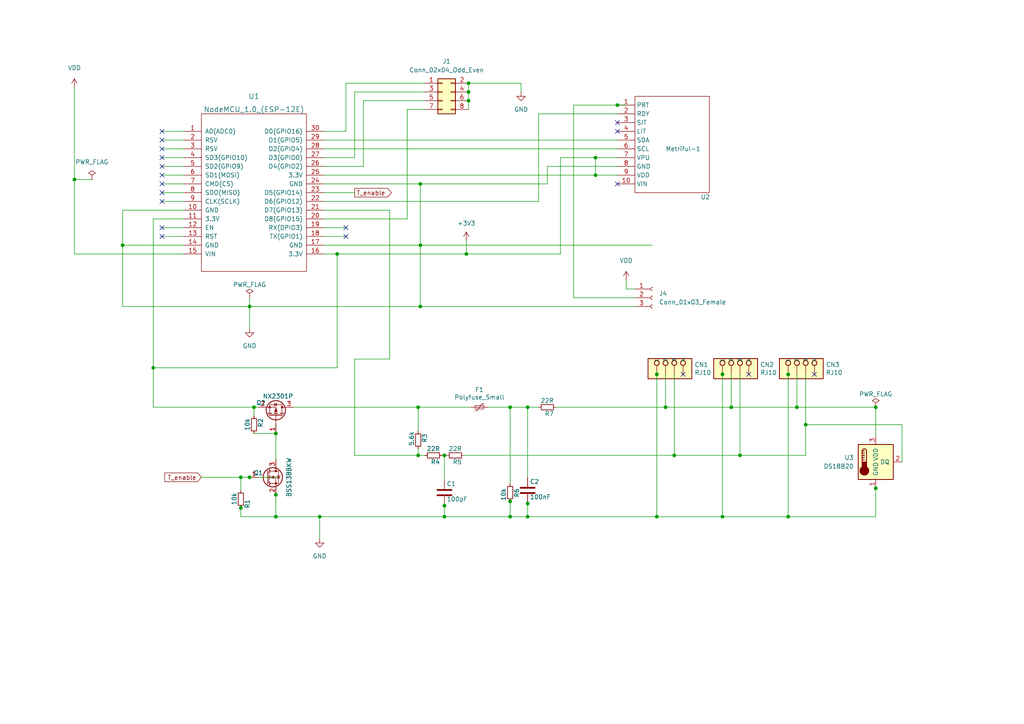
<source format=kicad_sch>
(kicad_sch (version 20211123) (generator eeschema)
  (paper "A4")
  (title_block (title "NodeMCU-Metriful") (company "Phluxus"))
  (lib_symbols
    (symbol "1wire-v0.4:Device_C" (pin_numbers hide) (pin_names (offset 0.254))
      (property "Reference" "C" (at 0.635 2.54 0))
      (property "Value" "Device_C" (at 0.635 -2.54 0))
      (symbol "Device_C_0_1"
        (polyline (pts (xy -2.032 -0.762) (xy 2.032 -0.762)) (stroke (width 0.508)))
        (polyline (pts (xy -2.032 0.762) (xy 2.032 0.762)) (stroke (width 0.508)))
      )
      (symbol "Device_C_1_1"
        (pin passive line (at 0 3.81 270) (length 2.794) (name "~") (number "1"))
        (pin passive line (at 0 -3.81 90) (length 2.794) (name "~") (number "2"))
      )
    )
    (symbol "1wire-v0.4:Device_Q_NMOS_GSD" (pin_names (offset 0) hide)
      (property "Reference" "Q" (at 5.08 1.27 0))
      (property "Value" "Device_Q_NMOS_GSD" (at 5.08 -1.27 0))
      (symbol "Device_Q_NMOS_GSD_0_1"
        (polyline (pts (xy 0.254 0) (xy -2.54 0)))
        (polyline (pts (xy 0.254 1.905) (xy 0.254 -1.905)) (stroke (width 0.254)))
        (polyline (pts (xy 0.762 -1.27) (xy 0.762 -2.286)) (stroke (width 0.254)))
        (polyline (pts (xy 0.762 0.508) (xy 0.762 -0.508)) (stroke (width 0.254)))
        (polyline (pts (xy 0.762 2.286) (xy 0.762 1.27)) (stroke (width 0.254)))
        (polyline (pts (xy 2.54 2.54) (xy 2.54 1.778)))
        (polyline (pts (xy 2.54 -2.54) (xy 2.54 0) (xy 0.762 0)))
        (polyline (pts (xy 0.762 -1.778) (xy 3.302 -1.778) (xy 3.302 1.778) (xy 0.762 1.778)))
        (polyline (pts (xy 1.016 0) (xy 2.032 0.381) (xy 2.032 -0.381) (xy 1.016 0)) (fill (type outline)))
        (polyline (pts (xy 2.794 0.508) (xy 2.921 0.381) (xy 3.683 0.381) (xy 3.81 0.254)))
        (polyline (pts (xy 3.302 0.381) (xy 2.921 -0.254) (xy 3.683 -0.254) (xy 3.302 0.381)))
        (circle (center 1.651 0) (radius 2.794) (stroke (width 0.254)))
        (circle (center 2.54 -1.778) (radius 0.254) (fill (type outline)))
        (circle (center 2.54 1.778) (radius 0.254) (fill (type outline)))
      )
      (symbol "Device_Q_NMOS_GSD_1_1"
        (pin input line (at -5.08 0 0) (length 2.54) (name "G") (number "1"))
        (pin passive line (at 2.54 -5.08 90) (length 2.54) (name "S") (number "2"))
        (pin passive line (at 2.54 5.08 270) (length 2.54) (name "D") (number "3"))
      )
    )
    (symbol "1wire-v0.4:Device_Q_PMOS_GSD" (pin_names (offset 0) hide)
      (property "Reference" "Q" (at 5.08 1.27 0))
      (property "Value" "Device_Q_PMOS_GSD" (at 5.08 -1.27 0))
      (symbol "Device_Q_PMOS_GSD_0_1"
        (polyline (pts (xy 0.254 0) (xy -2.54 0)))
        (polyline (pts (xy 0.254 1.905) (xy 0.254 -1.905)) (stroke (width 0.254)))
        (polyline (pts (xy 0.762 -1.27) (xy 0.762 -2.286)) (stroke (width 0.254)))
        (polyline (pts (xy 0.762 0.508) (xy 0.762 -0.508)) (stroke (width 0.254)))
        (polyline (pts (xy 0.762 2.286) (xy 0.762 1.27)) (stroke (width 0.254)))
        (polyline (pts (xy 2.54 2.54) (xy 2.54 1.778)))
        (polyline (pts (xy 2.54 -2.54) (xy 2.54 0) (xy 0.762 0)))
        (polyline (pts (xy 0.762 1.778) (xy 3.302 1.778) (xy 3.302 -1.778) (xy 0.762 -1.778)))
        (polyline (pts (xy 2.286 0) (xy 1.27 0.381) (xy 1.27 -0.381) (xy 2.286 0)) (fill (type outline)))
        (polyline (pts (xy 2.794 -0.508) (xy 2.921 -0.381) (xy 3.683 -0.381) (xy 3.81 -0.254)))
        (polyline (pts (xy 3.302 -0.381) (xy 2.921 0.254) (xy 3.683 0.254) (xy 3.302 -0.381)))
        (circle (center 1.651 0) (radius 2.794) (stroke (width 0.254)))
        (circle (center 2.54 -1.778) (radius 0.254) (fill (type outline)))
        (circle (center 2.54 1.778) (radius 0.254) (fill (type outline)))
      )
      (symbol "Device_Q_PMOS_GSD_1_1"
        (pin input line (at -5.08 0 0) (length 2.54) (name "G") (number "1"))
        (pin passive line (at 2.54 -5.08 90) (length 2.54) (name "S") (number "2"))
        (pin passive line (at 2.54 5.08 270) (length 2.54) (name "D") (number "3"))
      )
    )
    (symbol "1wire-v0.4:Device_R_Small" (pin_numbers hide) (pin_names (offset 0.254) hide)
      (property "Reference" "R" (at 0.762 0.508 0))
      (property "Value" "Device_R_Small" (at 0.762 -1.016 0))
      (symbol "Device_R_Small_0_1"
        (rectangle (start -0.762 1.778) (end 0.762 -1.778) (stroke (width 0.2032)))
      )
      (symbol "Device_R_Small_1_1"
        (pin passive line (at 0 2.54 270) (length 0.762) (name "~") (number "1"))
        (pin passive line (at 0 -2.54 90) (length 0.762) (name "~") (number "2"))
      )
    )
    (symbol "1wire-v0.4:Polyfuse_Small" (pin_numbers hide) (pin_names (offset 0))
      (property "Reference" "F" (at -1.905 0 90))
      (property "Value" "Polyfuse_Small" (at 1.905 0 90))
      (symbol "Polyfuse_Small_0_1"
        (rectangle (start -0.508 1.27) (end 0.508 -1.27))
        (polyline (pts (xy 0 2.54) (xy 0 -2.54)))
        (polyline (pts (xy -1.016 1.27) (xy -1.016 0.762) (xy 1.016 -0.762) (xy 1.016 -1.27)))
      )
      (symbol "Polyfuse_Small_1_1"
        (pin passive line (at 0 2.54 270) (length 0.635) (name "~") (number "1"))
        (pin passive line (at 0 -2.54 90) (length 0.635) (name "~") (number "2"))
      )
    )
    (symbol "1wire-v0.4:RJ10" (pin_numbers hide) (pin_names (offset 1.016))
      (property "Reference" "CN" (at -3.81 8.636 0))
      (property "Value" "RJ10" (at -3.81 -6.35 0))
      (symbol "RJ10_0_0"
        (rectangle (start -3.81 -5.08) (end 2.032 7.62) (stroke (width 0.254)) (fill (type background)))
        (circle (center 0.762 -2.54) (radius 0.7112) (stroke (width 0.254)))
        (circle (center 0.762 0) (radius 0.7112) (stroke (width 0.254)))
        (circle (center 0.762 2.54) (radius 0.7112) (stroke (width 0.254)))
        (circle (center 0.762 5.08) (radius 0.7112) (stroke (width 0.254)))
        (pin power_in line (at -2.54 -2.54 0) (length 2.54) (name "1") (number "1"))
        (pin power_in line (at -2.54 0 0) (length 2.54) (name "2") (number "2"))
        (pin bidirectional line (at -2.54 2.54 0) (length 2.54) (name "3") (number "3"))
        (pin bidirectional line (at -2.54 5.08 0) (length 2.54) (name "4") (number "4"))
      )
    )
    (symbol "Connector:Conn_01x03_Female" (pin_names (offset 1.016) hide)
      (property "Reference" "J" (at 0 5.08 0))
      (property "Value" "Conn_01x03_Female" (at 0 -5.08 0))
      (symbol "Conn_01x03_Female_1_1"
        (arc (start 0 -2.032) (mid -0.508 -2.54) (end 0 -3.048) (stroke (width 0.1524)))
        (polyline (pts (xy -1.27 -2.54) (xy -0.508 -2.54)) (stroke (width 0.1524)))
        (polyline (pts (xy -1.27 0) (xy -0.508 0)) (stroke (width 0.1524)))
        (polyline (pts (xy -1.27 2.54) (xy -0.508 2.54)) (stroke (width 0.1524)))
        (arc (start 0 0.508) (mid -0.508 0) (end 0 -0.508) (stroke (width 0.1524)))
        (arc (start 0 3.048) (mid -0.508 2.54) (end 0 2.032) (stroke (width 0.1524)))
        (pin passive line (at -5.08 2.54 0) (length 3.81) (name "Pin_1") (number "1"))
        (pin passive line (at -5.08 0 0) (length 3.81) (name "Pin_2") (number "2"))
        (pin passive line (at -5.08 -2.54 0) (length 3.81) (name "Pin_3") (number "3"))
      )
    )
    (symbol "Connector_Generic:Conn_02x04_Odd_Even" (pin_names (offset 1.016) hide)
      (property "Reference" "J" (at 1.27 5.08 0))
      (property "Value" "Conn_02x04_Odd_Even" (at 1.27 -7.62 0))
      (symbol "Conn_02x04_Odd_Even_1_1"
        (rectangle (start -1.27 -4.953) (end 0 -5.207) (stroke (width 0.1524)))
        (rectangle (start -1.27 -2.413) (end 0 -2.667) (stroke (width 0.1524)))
        (rectangle (start -1.27 0.127) (end 0 -0.127) (stroke (width 0.1524)))
        (rectangle (start -1.27 2.667) (end 0 2.413) (stroke (width 0.1524)))
        (rectangle (start -1.27 3.81) (end 3.81 -6.35) (stroke (width 0.254)) (fill (type background)))
        (rectangle (start 3.81 -4.953) (end 2.54 -5.207) (stroke (width 0.1524)))
        (rectangle (start 3.81 -2.413) (end 2.54 -2.667) (stroke (width 0.1524)))
        (rectangle (start 3.81 0.127) (end 2.54 -0.127) (stroke (width 0.1524)))
        (rectangle (start 3.81 2.667) (end 2.54 2.413) (stroke (width 0.1524)))
        (pin passive line (at -5.08 2.54 0) (length 3.81) (name "Pin_1") (number "1"))
        (pin passive line (at 7.62 2.54 180) (length 3.81) (name "Pin_2") (number "2"))
        (pin passive line (at -5.08 0 0) (length 3.81) (name "Pin_3") (number "3"))
        (pin passive line (at 7.62 0 180) (length 3.81) (name "Pin_4") (number "4"))
        (pin passive line (at -5.08 -2.54 0) (length 3.81) (name "Pin_5") (number "5"))
        (pin passive line (at 7.62 -2.54 180) (length 3.81) (name "Pin_6") (number "6"))
        (pin passive line (at -5.08 -5.08 0) (length 3.81) (name "Pin_7") (number "7"))
        (pin passive line (at 7.62 -5.08 180) (length 3.81) (name "Pin_8") (number "8"))
      )
    )
    (symbol "ESP8266:NodeMCU_1.0_(ESP-12E)" (pin_names (offset 1.016))
      (property "Reference" "U" (at 0 21.59 0))
      (property "Value" "NodeMCU_1.0_(ESP-12E)" (at 0 -21.59 0))
      (symbol "NodeMCU_1.0_(ESP-12E)_0_1"
        (rectangle (start -15.24 -22.86) (end 15.24 22.86))
      )
      (symbol "NodeMCU_1.0_(ESP-12E)_1_1"
        (pin input line (at -20.32 17.78 0) (length 5.08) (name "A0(ADC0)") (number "1"))
        (pin input line (at -20.32 -5.08 0) (length 5.08) (name "GND") (number "10"))
        (pin power_out line (at -20.32 -7.62 0) (length 5.08) (name "3.3V") (number "11"))
        (pin input line (at -20.32 -10.16 0) (length 5.08) (name "EN") (number "12"))
        (pin input line (at -20.32 -12.7 0) (length 5.08) (name "RST") (number "13"))
        (pin power_in line (at -20.32 -15.24 0) (length 5.08) (name "GND") (number "14"))
        (pin power_in line (at -20.32 -17.78 0) (length 5.08) (name "VIN") (number "15"))
        (pin passive line (at 20.32 -17.78 180) (length 5.08) (name "3.3V") (number "16"))
        (pin power_in line (at 20.32 -15.24 180) (length 5.08) (name "GND") (number "17"))
        (pin bidirectional line (at 20.32 -12.7 180) (length 5.08) (name "TX(GPIO1)") (number "18"))
        (pin bidirectional line (at 20.32 -10.16 180) (length 5.08) (name "RX(DPIO3)") (number "19"))
        (pin input line (at -20.32 15.24 0) (length 5.08) (name "RSV") (number "2"))
        (pin bidirectional line (at 20.32 -7.62 180) (length 5.08) (name "D8(GPIO15)") (number "20"))
        (pin bidirectional line (at 20.32 -5.08 180) (length 5.08) (name "D7(GPIO13)") (number "21"))
        (pin bidirectional line (at 20.32 -2.54 180) (length 5.08) (name "D6(GPIO12)") (number "22"))
        (pin bidirectional line (at 20.32 0 180) (length 5.08) (name "D5(GPIO14)") (number "23"))
        (pin power_in line (at 20.32 2.54 180) (length 5.08) (name "GND") (number "24"))
        (pin passive line (at 20.32 5.08 180) (length 5.08) (name "3.3V") (number "25"))
        (pin bidirectional line (at 20.32 7.62 180) (length 5.08) (name "D4(GPIO2)") (number "26"))
        (pin bidirectional line (at 20.32 10.16 180) (length 5.08) (name "D3(GPIO0)") (number "27"))
        (pin bidirectional line (at 20.32 12.7 180) (length 5.08) (name "D2(GPIO4)") (number "28"))
        (pin bidirectional line (at 20.32 15.24 180) (length 5.08) (name "D1(GPIO5)") (number "29"))
        (pin input line (at -20.32 12.7 0) (length 5.08) (name "RSV") (number "3"))
        (pin bidirectional line (at 20.32 17.78 180) (length 5.08) (name "D0(GPIO16)") (number "30"))
        (pin bidirectional line (at -20.32 10.16 0) (length 5.08) (name "SD3(GPIO10)") (number "4"))
        (pin bidirectional line (at -20.32 7.62 0) (length 5.08) (name "SD2(GPIO9)") (number "5"))
        (pin bidirectional line (at -20.32 5.08 0) (length 5.08) (name "SD1(MOSI)") (number "6"))
        (pin bidirectional line (at -20.32 2.54 0) (length 5.08) (name "CMD(CS)") (number "7"))
        (pin bidirectional line (at -20.32 0 0) (length 5.08) (name "SDO(MISO)") (number "8"))
        (pin bidirectional line (at -20.32 -2.54 0) (length 5.08) (name "CLK(SCLK)") (number "9"))
      )
    )
    (symbol "Sensor:Metriful-1"
      (property "Reference" "U" (at -10.16 16.51 0))
      (property "Value" "Metriful-1" (at 0.635 0 0))
      (symbol "Metriful-1_0_1"
        (rectangle (start -11.43 15.24) (end 10.16 -12.7))
      )
      (symbol "Metriful-1_1_1"
        (pin input line (at -16.51 12.7 0) (length 5.08) (name "PRT") (number "1"))
        (pin power_in line (at -16.51 -10.16 0) (length 5.08) (name "VIN") (number "10"))
        (pin output line (at -16.51 10.16 0) (length 5.08) (name "RDY") (number "2"))
        (pin output line (at -16.51 7.62 0) (length 5.08) (name "SIT") (number "3"))
        (pin output line (at -16.51 5.08 0) (length 5.08) (name "LIT") (number "4"))
        (pin bidirectional line (at -16.51 2.54 0) (length 5.08) (name "SDA") (number "5"))
        (pin output line (at -16.51 0 0) (length 5.08) (name "SCL") (number "6"))
        (pin input line (at -16.51 -2.54 0) (length 5.08) (name "VPU") (number "7"))
        (pin power_in line (at -16.51 -5.08 0) (length 5.08) (name "GND") (number "8"))
        (pin power_in line (at -16.51 -7.62 0) (length 5.08) (name "VDD") (number "9"))
      )
    )
    (symbol "Sensor_Temperature:DS18B20" (pin_names (offset 1.016))
      (property "Reference" "U" (at -3.81 6.35 0))
      (property "Value" "DS18B20" (at 6.35 6.35 0))
      (symbol "DS18B20_0_1"
        (rectangle (start -5.08 5.08) (end 5.08 -5.08) (stroke (width 0.254)) (fill (type background)))
        (circle (center -3.302 -2.54) (radius 1.27) (stroke (width 0.254)) (fill (type outline)))
        (rectangle (start -2.667 -1.905) (end -3.937 0) (stroke (width 0.254)) (fill (type outline)))
        (arc (start -2.667 3.175) (mid -3.302 3.81) (end -3.937 3.175) (stroke (width 0.254)))
        (polyline (pts (xy -3.937 0.635) (xy -3.302 0.635)) (stroke (width 0.254)))
        (polyline (pts (xy -3.937 1.27) (xy -3.302 1.27)) (stroke (width 0.254)))
        (polyline (pts (xy -3.937 1.905) (xy -3.302 1.905)) (stroke (width 0.254)))
        (polyline (pts (xy -3.937 2.54) (xy -3.302 2.54)) (stroke (width 0.254)))
        (polyline (pts (xy -3.937 3.175) (xy -3.937 0)) (stroke (width 0.254)))
        (polyline (pts (xy -3.937 3.175) (xy -3.302 3.175)) (stroke (width 0.254)))
        (polyline (pts (xy -2.667 3.175) (xy -2.667 0)) (stroke (width 0.254)))
      )
      (symbol "DS18B20_1_1"
        (pin power_in line (at 0 -7.62 90) (length 2.54) (name "GND") (number "1"))
        (pin bidirectional line (at 7.62 0 180) (length 2.54) (name "DQ") (number "2"))
        (pin power_in line (at 0 7.62 270) (length 2.54) (name "VDD") (number "3"))
      )
    )
    (symbol "power:+3.3V" (power) (pin_names (offset 0))
      (property "Value" "+3.3V" (at 0 3.556 0))
      (symbol "+3.3V_0_1"
        (polyline (pts (xy -0.762 1.27) (xy 0 2.54)))
        (polyline (pts (xy 0 0) (xy 0 2.54)))
        (polyline (pts (xy 0 2.54) (xy 0.762 1.27)))
      )
      (symbol "+3.3V_1_1"
        (pin power_in line (at 0 0 90) (length 0) hide (name "+3V3") (number "1"))
      )
    )
    (symbol "power:GND" (power) (pin_names (offset 0))
      (property "Value" "GND" (at 0 -3.81 0))
      (symbol "GND_0_1"
        (polyline (pts (xy 0 0) (xy 0 -1.27) (xy 1.27 -1.27) (xy 0 -2.54) (xy -1.27 -1.27) (xy 0 -1.27)))
      )
      (symbol "GND_1_1"
        (pin power_in line (at 0 0 270) (length 0) hide (name "GND") (number "1"))
      )
    )
    (symbol "power:PWR_FLAG" (power) (pin_numbers hide) (pin_names (offset 0) hide)
      (property "Value" "PWR_FLAG" (at 0 3.81 0))
      (symbol "PWR_FLAG_0_0"
        (pin power_out line (at 0 0 90) (length 0) (name "pwr") (number "1"))
      )
      (symbol "PWR_FLAG_0_1"
        (polyline (pts (xy 0 0) (xy 0 1.27) (xy -1.016 1.905) (xy 0 2.54) (xy 1.016 1.905) (xy 0 1.27)))
      )
    )
    (symbol "power:VDD" (power) (pin_names (offset 0))
      (property "Value" "VDD" (at 0 3.81 0))
      (symbol "VDD_0_1"
        (polyline (pts (xy -0.762 1.27) (xy 0 2.54)))
        (polyline (pts (xy 0 0) (xy 0 2.54)))
        (polyline (pts (xy 0 2.54) (xy 0.762 1.27)))
      )
      (symbol "VDD_1_1"
        (pin power_in line (at 0 0 90) (length 0) hide (name "VDD") (number "1"))
      )
    )
  )
  (junction (at 121.92 53.34))
  (junction (at 92.71 149.86))
  (junction (at 121.285 118.11))
  (junction (at 228.6 108.585))
  (junction (at 228.6 149.86))
  (junction (at 128.905 132.08))
  (junction (at 73.66 118.11))
  (junction (at 121.92 88.9))
  (junction (at 21.59 52.07))
  (junction (at 80.01 149.86))
  (junction (at 179.07 30.48))
  (junction (at 128.905 146.685))
  (junction (at 135.255 73.66))
  (junction (at 147.955 149.86))
  (junction (at 147.955 118.11))
  (junction (at 80.01 143.51))
  (junction (at 121.92 71.12))
  (junction (at 97.79 73.66))
  (junction (at 233.68 123.19))
  (junction (at 193.04 118.11))
  (junction (at 153.035 146.05))
  (junction (at 44.45 106.68))
  (junction (at 69.85 147.32))
  (junction (at 172.72 45.72))
  (junction (at 72.39 88.9))
  (junction (at 135.89 26.67))
  (junction (at 128.905 149.86))
  (junction (at 135.89 29.21))
  (junction (at 190.5 149.86))
  (junction (at 172.72 50.8))
  (junction (at 147.955 145.415))
  (junction (at 35.56 71.12))
  (junction (at 190.5 108.585))
  (junction (at 212.09 118.11))
  (junction (at 69.85 138.43))
  (junction (at 254 141.605))
  (junction (at 135.89 24.13))
  (junction (at 214.63 132.08))
  (junction (at 254 118.11))
  (junction (at 209.55 149.86))
  (junction (at 195.58 132.08))
  (junction (at 72.39 138.43))
  (junction (at 209.55 108.585))
  (junction (at 153.035 149.86))
  (junction (at 153.035 118.11))
  (junction (at 80.01 125.73))
  (junction (at 231.14 118.11))
  (junction (at 121.285 132.08))
  (no_connect (at 236.22 108.585))
  (no_connect (at 179.07 35.56))
  (no_connect (at 179.07 38.1))
  (no_connect (at 179.07 53.34))
  (no_connect (at 100.33 66.04))
  (no_connect (at 100.33 68.58))
  (no_connect (at 46.99 53.34))
  (no_connect (at 46.99 55.88))
  (no_connect (at 46.99 45.72))
  (no_connect (at 46.99 48.26))
  (no_connect (at 46.99 50.8))
  (no_connect (at 46.99 38.1))
  (no_connect (at 46.99 40.64))
  (no_connect (at 46.99 43.18))
  (no_connect (at 46.99 58.42))
  (no_connect (at 46.99 66.04))
  (no_connect (at 46.99 68.58))
  (no_connect (at 217.17 108.585))
  (no_connect (at 198.12 108.585))
  (wire (pts (xy 105.41 29.21) (xy 123.19 29.21)))
  (wire (pts (xy 69.85 138.43) (xy 72.39 138.43)))
  (wire (pts (xy 73.66 125.73) (xy 80.01 125.73)))
  (wire (pts (xy 69.85 147.32) (xy 69.85 149.86)))
  (wire (pts (xy 69.85 146.685) (xy 69.85 147.32)))
  (wire (pts (xy 80.01 143.51) (xy 80.01 149.86)))
  (wire (pts (xy 193.04 108.585) (xy 193.04 118.11)))
  (wire (pts (xy 80.01 123.19) (xy 80.01 125.73)))
  (wire (pts (xy 231.14 108.585) (xy 231.14 118.11)))
  (wire (pts (xy 123.19 26.67) (xy 102.87 26.67)))
  (wire (pts (xy 172.72 45.72) (xy 162.56 45.72)))
  (wire (pts (xy 85.09 118.11) (xy 121.285 118.11)))
  (wire (pts (xy 93.98 66.04) (xy 100.33 66.04)))
  (wire (pts (xy 121.92 88.9) (xy 184.15 88.9)))
  (wire (pts (xy 93.98 43.18) (xy 179.07 43.18)))
  (wire (pts (xy 93.98 38.1) (xy 100.33 38.1)))
  (wire (pts (xy 46.99 45.72) (xy 53.34 45.72)))
  (wire (pts (xy 135.89 24.13) (xy 135.89 26.67)))
  (wire (pts (xy 141.605 118.11) (xy 147.955 118.11)))
  (wire (pts (xy 97.79 106.68) (xy 44.45 106.68)))
  (wire (pts (xy 46.99 43.18) (xy 53.34 43.18)))
  (wire (pts (xy 97.79 73.66) (xy 135.255 73.66)))
  (wire (pts (xy 93.98 63.5) (xy 118.11 63.5)))
  (wire (pts (xy 135.255 73.66) (xy 162.56 73.66)))
  (wire (pts (xy 93.98 60.96) (xy 113.03 60.96)))
  (wire (pts (xy 102.87 45.72) (xy 93.98 45.72)))
  (wire (pts (xy 254 118.11) (xy 254 126.365)))
  (wire (pts (xy 44.45 106.68) (xy 44.45 118.11)))
  (wire (pts (xy 128.905 139.065) (xy 128.905 132.08)))
  (wire (pts (xy 102.87 26.67) (xy 102.87 45.72)))
  (wire (pts (xy 73.66 118.11) (xy 74.93 118.11)))
  (wire (pts (xy 147.955 149.86) (xy 153.035 149.86)))
  (wire (pts (xy 134.62 132.08) (xy 195.58 132.08)))
  (wire (pts (xy 46.99 40.64) (xy 53.34 40.64)))
  (wire (pts (xy 123.19 24.13) (xy 100.33 24.13)))
  (wire (pts (xy 80.645 138.43) (xy 72.39 138.43)))
  (wire (pts (xy 233.68 123.19) (xy 261.62 123.19)))
  (wire (pts (xy 118.11 31.75) (xy 118.11 63.5)))
  (wire (pts (xy 158.75 53.34) (xy 158.75 48.26)))
  (wire (pts (xy 46.99 66.04) (xy 53.34 66.04)))
  (wire (pts (xy 228.6 108.585) (xy 228.6 149.86)))
  (wire (pts (xy 121.285 132.08) (xy 123.19 132.08)))
  (wire (pts (xy 179.07 30.48) (xy 166.37 30.48)))
  (wire (pts (xy 128.905 146.685) (xy 128.905 149.86)))
  (wire (pts (xy 53.34 60.96) (xy 35.56 60.96)))
  (wire (pts (xy 113.03 104.14) (xy 102.87 104.14)))
  (wire (pts (xy 209.55 107.95) (xy 209.55 108.585)))
  (wire (pts (xy 135.89 29.21) (xy 135.89 31.75)))
  (wire (pts (xy 190.5 107.95) (xy 190.5 108.585)))
  (wire (pts (xy 158.75 48.26) (xy 179.07 48.26)))
  (wire (pts (xy 193.04 118.11) (xy 212.09 118.11)))
  (wire (pts (xy 93.98 40.64) (xy 179.07 40.64)))
  (wire (pts (xy 44.45 63.5) (xy 53.34 63.5)))
  (wire (pts (xy 100.33 24.13) (xy 100.33 38.1)))
  (wire (pts (xy 233.68 108.585) (xy 233.68 123.19)))
  (wire (pts (xy 172.72 45.72) (xy 172.72 50.8)))
  (wire (pts (xy 153.035 118.11) (xy 156.21 118.11)))
  (wire (pts (xy 166.37 30.48) (xy 166.37 86.36)))
  (wire (pts (xy 179.07 33.02) (xy 156.21 33.02)))
  (wire (pts (xy 147.955 140.335) (xy 147.955 118.11)))
  (wire (pts (xy 72.39 88.9) (xy 72.39 95.25)))
  (wire (pts (xy 209.55 149.86) (xy 228.6 149.86)))
  (wire (pts (xy 69.85 149.86) (xy 80.01 149.86)))
  (wire (pts (xy 93.98 68.58) (xy 100.33 68.58)))
  (wire (pts (xy 189.23 71.12) (xy 121.92 71.12)))
  (wire (pts (xy 46.99 53.34) (xy 53.34 53.34)))
  (wire (pts (xy 121.92 53.34) (xy 121.92 71.12)))
  (wire (pts (xy 80.01 149.86) (xy 92.71 149.86)))
  (wire (pts (xy 35.56 71.12) (xy 35.56 88.9)))
  (wire (pts (xy 254 140.97) (xy 254 141.605)))
  (wire (pts (xy 190.5 149.86) (xy 209.55 149.86)))
  (wire (pts (xy 21.59 52.07) (xy 21.59 73.66)))
  (wire (pts (xy 190.5 108.585) (xy 190.5 149.86)))
  (wire (pts (xy 44.45 63.5) (xy 44.45 106.68)))
  (wire (pts (xy 153.035 149.86) (xy 190.5 149.86)))
  (wire (pts (xy 58.42 138.43) (xy 69.85 138.43)))
  (wire (pts (xy 121.92 53.34) (xy 158.75 53.34)))
  (wire (pts (xy 121.285 118.11) (xy 121.285 125.095)))
  (wire (pts (xy 147.955 145.415) (xy 147.955 149.86)))
  (wire (pts (xy 72.39 86.36) (xy 72.39 88.9)))
  (wire (pts (xy 72.39 88.9) (xy 121.92 88.9)))
  (wire (pts (xy 166.37 86.36) (xy 184.15 86.36)))
  (wire (pts (xy 162.56 45.72) (xy 162.56 73.66)))
  (wire (pts (xy 172.72 50.8) (xy 179.07 50.8)))
  (wire (pts (xy 153.035 146.05) (xy 153.035 149.86)))
  (wire (pts (xy 93.98 50.8) (xy 172.72 50.8)))
  (wire (pts (xy 102.87 132.08) (xy 121.285 132.08)))
  (wire (pts (xy 195.58 108.585) (xy 195.58 132.08)))
  (wire (pts (xy 69.85 138.43) (xy 69.85 142.24)))
  (wire (pts (xy 128.905 149.86) (xy 147.955 149.86)))
  (wire (pts (xy 93.98 53.34) (xy 121.92 53.34)))
  (wire (pts (xy 179.07 45.72) (xy 172.72 45.72)))
  (wire (pts (xy 102.87 104.14) (xy 102.87 132.08)))
  (wire (pts (xy 35.56 71.12) (xy 53.34 71.12)))
  (wire (pts (xy 46.99 38.1) (xy 53.34 38.1)))
  (wire (pts (xy 147.955 144.78) (xy 147.955 145.415)))
  (wire (pts (xy 93.98 58.42) (xy 156.21 58.42)))
  (wire (pts (xy 93.98 48.26) (xy 105.41 48.26)))
  (wire (pts (xy 128.905 146.05) (xy 128.905 146.685)))
  (wire (pts (xy 73.66 120.65) (xy 73.66 118.11)))
  (wire (pts (xy 92.71 149.86) (xy 92.71 156.21)))
  (wire (pts (xy 135.255 69.85) (xy 135.255 73.66)))
  (wire (pts (xy 46.99 50.8) (xy 53.34 50.8)))
  (wire (pts (xy 151.13 26.67) (xy 151.13 24.13)))
  (wire (pts (xy 123.19 31.75) (xy 118.11 31.75)))
  (wire (pts (xy 233.68 123.19) (xy 233.68 132.08)))
  (wire (pts (xy 97.79 73.66) (xy 97.79 106.68)))
  (wire (pts (xy 153.035 145.415) (xy 153.035 146.05)))
  (wire (pts (xy 209.55 108.585) (xy 209.55 149.86)))
  (wire (pts (xy 214.63 132.08) (xy 233.68 132.08)))
  (wire (pts (xy 254 118.11) (xy 231.14 118.11)))
  (wire (pts (xy 21.59 25.4) (xy 21.59 52.07)))
  (wire (pts (xy 181.61 83.82) (xy 184.15 83.82)))
  (wire (pts (xy 46.99 58.42) (xy 53.34 58.42)))
  (wire (pts (xy 151.13 24.13) (xy 135.89 24.13)))
  (wire (pts (xy 212.09 108.585) (xy 212.09 118.11)))
  (wire (pts (xy 195.58 132.08) (xy 214.63 132.08)))
  (wire (pts (xy 93.98 73.66) (xy 97.79 73.66)))
  (wire (pts (xy 80.01 125.73) (xy 80.01 133.35)))
  (wire (pts (xy 105.41 48.26) (xy 105.41 29.21)))
  (wire (pts (xy 93.98 71.12) (xy 121.92 71.12)))
  (wire (pts (xy 228.6 107.95) (xy 228.6 108.585)))
  (wire (pts (xy 147.955 118.11) (xy 153.035 118.11)))
  (wire (pts (xy 46.99 68.58) (xy 53.34 68.58)))
  (wire (pts (xy 21.59 52.07) (xy 26.67 52.07)))
  (wire (pts (xy 156.21 33.02) (xy 156.21 58.42)))
  (wire (pts (xy 179.07 30.48) (xy 181.61 30.48)))
  (wire (pts (xy 181.61 81.28) (xy 181.61 83.82)))
  (wire (pts (xy 121.92 71.12) (xy 121.92 88.9)))
  (wire (pts (xy 113.03 60.96) (xy 113.03 104.14)))
  (wire (pts (xy 46.99 55.88) (xy 53.34 55.88)))
  (wire (pts (xy 261.62 123.19) (xy 261.62 133.985)))
  (wire (pts (xy 44.45 118.11) (xy 73.66 118.11)))
  (wire (pts (xy 93.98 55.88) (xy 102.87 55.88)))
  (wire (pts (xy 129.54 132.08) (xy 128.905 132.08)))
  (wire (pts (xy 46.99 48.26) (xy 53.34 48.26)))
  (wire (pts (xy 35.56 88.9) (xy 72.39 88.9)))
  (wire (pts (xy 35.56 60.96) (xy 35.56 71.12)))
  (wire (pts (xy 135.89 26.67) (xy 135.89 29.21)))
  (wire (pts (xy 161.29 118.11) (xy 193.04 118.11)))
  (wire (pts (xy 214.63 108.585) (xy 214.63 132.08)))
  (wire (pts (xy 21.59 73.66) (xy 53.34 73.66)))
  (wire (pts (xy 80.01 142.875) (xy 80.01 143.51)))
  (wire (pts (xy 212.09 118.11) (xy 231.14 118.11)))
  (wire (pts (xy 128.27 132.08) (xy 128.905 132.08)))
  (wire (pts (xy 121.285 130.175) (xy 121.285 132.08)))
  (wire (pts (xy 254 141.605) (xy 254 149.86)))
  (wire (pts (xy 254 149.86) (xy 228.6 149.86)))
  (wire (pts (xy 121.285 118.11) (xy 136.525 118.11)))
  (wire (pts (xy 92.71 149.86) (xy 128.905 149.86)))
  (wire (pts (xy 153.035 138.43) (xy 153.035 118.11)))
  (global_label "T_enable" (shape input) (at 58.42 138.43 180) (property "Intersheet References" "${INTERSHEET_REFS}" (effects hide)))
  (global_label "T_enable" (shape output) (at 102.87 55.88 0) (property "Intersheet References" "${INTERSHEET_REFS}" (effects hide)))
  (symbol (lib_id "power:GND") (at 151.13 26.67 0) (unit 1)
    (property "Reference" "#PWR03" (effects hide))
    (property "Value" "GND" (at 151.13 31.75 0))
  )
  (symbol (lib_id "power:PWR_FLAG") (at 254 118.11 0) (unit 1)
    (property "Reference" "#FLG0103" (effects hide))
    (property "Value" "PWR_FLAG" (at 254 114.3 0))
  )
  (symbol (lib_id "1wire-v0.4:Device_R_Small") (at 69.85 144.78 180) (unit 1)
    (property "Reference" "R1" (at 71.755 144.78 90) (effects (justify left)))
    (property "Value" "10k" (at 67.945 142.875 90) (effects (justify left)))
    (property "Footprint" "Resistor_SMD:R_0805_2012Metric_Pad1.20x1.40mm_HandSolder" (effects hide))
  )
  (symbol (lib_id "1wire-v0.4:Device_Q_NMOS_GSD") (at 77.47 138.43 0) (unit 1)
    (property "Reference" "Q1" (at 74.93 137.16 0))
    (property "Value" "BSS138BKW" (at 83.82 138.43 90))
    (property "Footprint" "Package_TO_SOT_SMD:SOT-323_SC-70_Handsoldering" (effects hide))
  )
  (symbol (lib_id "1wire-v0.4:Device_Q_PMOS_GSD") (at 80.01 120.65 270) (mirror x) (unit 1)
    (property "Reference" "Q2" (at 74.295 116.84 90) (effects (justify left)))
    (property "Value" "NX2301P" (at 76.2 114.935 90) (effects (justify left)))
    (property "Footprint" "1wire-v0.4:SOT-23-3" (effects hide))
  )
  (symbol (lib_id "power:+3.3V") (at 135.255 69.85 0) (unit 1)
    (property "Reference" "#PWR0101" (effects hide))
    (property "Value" "+3.3V" (at 135.255 64.77 0))
  )
  (symbol (lib_id "ESP8266:NodeMCU_1.0_(ESP-12E)") (at 73.66 55.88 0) (unit 1)
    (property "Reference" "U1" (at 73.66 27.94 0) (effects (font (size 1.524 1.524))))
    (property "Value" "NodeMCU_1.0_(ESP-12E)" (at 73.66 31.75 0) (effects (font (size 1.524 1.524))))
    (property "Footprint" "NodeMCU:NodeMCU_0.1_Axel" (effects hide))
  )
  (symbol (lib_id "Sensor:Metriful-1") (at 195.58 43.18 0) (unit 1)
    (property "Reference" "U2" (at 203.2 57.15 0) (effects (justify left)))
    (property "Value" "Metriful-1" (at 193.04 43.18 0) (effects (justify left)))
    (property "Footprint" "Sensor:Metriful-1" (effects hide))
  )
  (symbol (lib_id "1wire-v0.4:Device_R_Small") (at 147.955 142.875 180) (unit 1)
    (property "Reference" "R6" (at 149.86 141.605 90) (effects (justify left)))
    (property "Value" "10k" (at 146.05 141.605 90) (effects (justify left)))
    (property "Footprint" "Resistor_SMD:R_0805_2012Metric_Pad1.20x1.40mm_HandSolder" (effects hide))
  )
  (symbol (lib_id "power:VDD") (at 21.59 25.4 0) (unit 1)
    (property "Reference" "#PWR0103" (effects hide))
    (property "Value" "VDD" (at 21.59 19.685 0))
  )
  (symbol (lib_id "1wire-v0.4:RJ10") (at 193.04 106.045 270) (mirror x) (unit 1)
    (property "Reference" "CN1" (at 201.422 105.7656 90) (effects (justify left)))
    (property "Value" "RJ10" (at 201.422 108.077 90) (effects (justify left)))
    (property "Footprint" "1wire-v0.4:rj10" (effects hide))
  )
  (symbol (lib_id "1wire-v0.4:Device_R_Small") (at 73.66 123.19 180) (unit 1)
    (property "Reference" "R2" (at 75.565 121.285 90) (effects (justify left)))
    (property "Value" "10k" (at 71.755 121.285 90) (effects (justify left)))
    (property "Footprint" "Resistor_SMD:R_0805_2012Metric_Pad1.20x1.40mm_HandSolder" (effects hide))
  )
  (symbol (lib_id "1wire-v0.4:RJ10") (at 212.09 106.045 270) (mirror x) (unit 1)
    (property "Reference" "CN2" (at 220.472 105.7656 90) (effects (justify left)))
    (property "Value" "RJ10" (at 220.472 108.077 90) (effects (justify left)))
    (property "Footprint" "1wire-v0.4:rj10" (effects hide))
  )
  (symbol (lib_id "1wire-v0.4:Device_C") (at 128.905 142.875 0) (unit 1)
    (property "Reference" "C1" (at 129.54 140.335 0) (effects (justify left)))
    (property "Value" "100pF" (at 129.54 144.78 0) (effects (justify left)))
    (property "Footprint" "Capacitor_SMD:C_0805_2012Metric_Pad1.18x1.45mm_HandSolder" (effects hide))
  )
  (symbol (lib_id "1wire-v0.4:RJ10") (at 231.14 106.045 270) (mirror x) (unit 1)
    (property "Reference" "CN3" (at 239.522 105.7656 90) (effects (justify left)))
    (property "Value" "RJ10" (at 239.522 108.077 90) (effects (justify left)))
    (property "Footprint" "1wire-v0.4:rj10" (effects hide))
  )
  (symbol (lib_id "Connector:Conn_01x03_Female") (at 189.23 86.36 0) (unit 1)
    (property "Reference" "J4" (at 191.135 85.0899 0) (effects (justify left)))
    (property "Value" "Conn_01x03_Female" (at 191.135 87.6299 0) (effects (justify left)))
    (property "Footprint" "Connector_JST:JST_PH_B3B-PH-K_1x03_P2.00mm_Vertical" (effects hide))
  )
  (symbol (lib_id "1wire-v0.4:Device_C") (at 153.035 142.24 0) (unit 1)
    (property "Reference" "C2" (at 153.67 139.7 0) (effects (justify left)))
    (property "Value" "100nF" (at 153.67 144.145 0) (effects (justify left)))
    (property "Footprint" "Capacitor_SMD:C_0805_2012Metric" (effects hide))
  )
  (symbol (lib_id "power:VDD") (at 181.61 81.28 0) (unit 1)
    (property "Reference" "#PWR04" (effects hide))
    (property "Value" "VDD" (at 181.61 75.565 0))
  )
  (symbol (lib_id "1wire-v0.4:Polyfuse_Small") (at 139.065 118.11 270) (unit 1)
    (property "Reference" "F1" (at 139.065 113.03 90))
    (property "Value" "Polyfuse_Small" (at 139.065 115.2144 90))
    (property "Footprint" "Fuse:Fuse_1210_3225Metric_Pad1.42x2.65mm_HandSolder" (effects hide))
  )
  (symbol (lib_id "1wire-v0.4:Device_R_Small") (at 125.73 132.08 90) (unit 1)
    (property "Reference" "R4" (at 127.635 133.985 90) (effects (justify left)))
    (property "Value" "22R" (at 127.635 130.175 90) (effects (justify left)))
    (property "Footprint" "Resistor_SMD:R_0805_2012Metric_Pad1.20x1.40mm_HandSolder" (effects hide))
  )
  (symbol (lib_id "1wire-v0.4:Device_R_Small") (at 121.285 127.635 180) (unit 1)
    (property "Reference" "R3" (at 123.19 125.73 90) (effects (justify left)))
    (property "Value" "5.6k" (at 119.38 125.095 90) (effects (justify left)))
    (property "Footprint" "Resistor_SMD:R_0805_2012Metric_Pad1.20x1.40mm_HandSolder" (effects hide))
  )
  (symbol (lib_id "power:PWR_FLAG") (at 26.67 52.07 0) (unit 1)
    (property "Reference" "#FLG0101" (effects hide))
    (property "Value" "PWR_FLAG" (at 26.67 46.99 0))
  )
  (symbol (lib_id "1wire-v0.4:Device_R_Small") (at 158.75 118.11 90) (unit 1)
    (property "Reference" "R7" (at 160.655 120.015 90) (effects (justify left)))
    (property "Value" "22R" (at 160.655 116.205 90) (effects (justify left)))
    (property "Footprint" "Resistor_SMD:R_0805_2012Metric_Pad1.20x1.40mm_HandSolder" (effects hide))
  )
  (symbol (lib_id "1wire-v0.4:Device_R_Small") (at 132.08 132.08 90) (unit 1)
    (property "Reference" "R5" (at 133.985 133.985 90) (effects (justify left)))
    (property "Value" "22R" (at 133.985 130.175 90) (effects (justify left)))
    (property "Footprint" "Resistor_SMD:R_0805_2012Metric_Pad1.20x1.40mm_HandSolder" (effects hide))
  )
  (symbol (lib_id "Connector_Generic:Conn_02x04_Odd_Even") (at 128.27 26.67 0) (unit 1)
    (property "Reference" "J1" (at 129.54 17.78 0))
    (property "Value" "Conn_02x04_Odd_Even" (at 129.54 20.32 0))
    (property "Footprint" "Connector_PinHeader_2.54mm:PinHeader_2x04_P2.54mm_Vertical" (effects hide))
  )
  (symbol (lib_id "power:GND") (at 92.71 156.21 0) (unit 1)
    (property "Reference" "#PWR02" (effects hide))
    (property "Value" "GND" (at 92.71 161.29 0))
  )
  (symbol (lib_id "Sensor_Temperature:DS18B20") (at 254 133.985 0) (unit 1)
    (property "Reference" "U3" (at 247.65 132.7149 0) (effects (justify right)))
    (property "Value" "DS18B20" (at 247.65 135.2549 0) (effects (justify right)))
    (property "Footprint" "Package_TO_SOT_THT:TO-92_Inline" (effects hide))
    (property "Datasheet" "http://datasheets.maximintegrated.com/en/ds/DS18B20.pdf" (effects hide))
  )
  (symbol (lib_id "power:PWR_FLAG") (at 72.39 86.36 0) (unit 1)
    (property "Reference" "#FLG0102" (effects hide))
    (property "Value" "PWR_FLAG" (at 72.39 82.55 0))
  )
  (symbol (lib_id "power:GND") (at 72.39 95.25 0) (unit 1)
    (property "Reference" "#PWR01" (effects hide))
    (property "Value" "GND" (at 72.39 100.33 0))
  )
)
</source>
